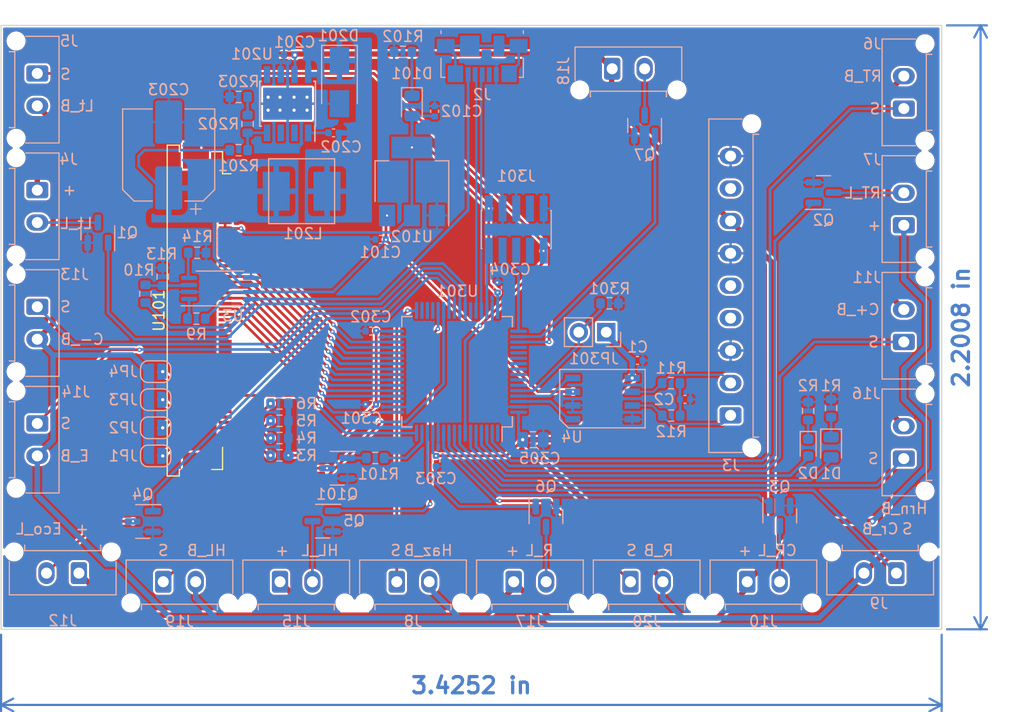
<source format=kicad_pcb>
(kicad_pcb (version 20211014) (generator pcbnew)
  (layers (0 "F.Cu" signal) (31 "B.Cu" signal) (34 "B.Paste" user) (35 "F.Paste" user) (36 "B.SilkS" user "B.Silkscreen") (37 "F.SilkS" user "F.Silkscreen") (38 "B.Mask" user) (39 "F.Mask" user) (44 "Edge.Cuts" user))
  (net 0 "")
  (net 1 "GND")
  (net 2 "+3V3")
  (net 3 "Net-(C2-Pad1)")
  (net 4 "/5v_Reg")
  (net 5 "/Error")
  (net 6 "Net-(D1-Pad1)")
  (net 7 "/Board_OK")
  (net 8 "Net-(D2-Pad1)")
  (net 9 "/D+")
  (net 10 "/D-")
  (net 11 "/5v_USB")
  (net 12 "/CAN-")
  (net 13 "/CAN+")
  (net 14 "Net-(J4-Pad2)")
  (net 15 "/LT")
  (net 16 "/RT")
  (net 17 "Net-(J7-Pad2)")
  (net 18 "/HAZ")
  (net 19 "/Cruise_Toggle")
  (net 20 "Net-(J10-Pad2)")
  (net 21 "/Cruise_INC")
  (net 22 "Net-(J12-Pad2)")
  (net 23 "/Cruise_DEC")
  (net 24 "/ECO_Toggle")
  (net 25 "Net-(J15-Pad2)")
  (net 26 "/Horn")
  (net 27 "Net-(J17-Pad2)")
  (net 28 "/Headlights")
  (net 29 "/Reverse")
  (net 30 "/LT_LED")
  (net 31 "/RT_LED")
  (net 32 "/Cruise_ON")
  (net 33 "/ECO_ON")
  (net 34 "/Headlights_ON")
  (net 35 "/Rev_ON")
  (net 36 "+5V")
  (net 37 "/PWR_STAT")
  (net 38 "/VSNS")
  (net 39 "Net-(R14-Pad1)")
  (net 40 "/TXD")
  (net 41 "/RXD")
  (net 42 "/LCD_CS")
  (net 43 "/TP_IRQ")
  (net 44 "/TP_CS")
  (net 45 "/BL_Ctl")
  (net 46 "Net-(J18-Pad2)")
  (net 47 "/BPS_Fault")
  (net 48 "unconnected-(J2-Pad6)")
  (net 52 "+12V")
  (net 53 "Net-(C202-Pad1)")
  (net 54 "Net-(C202-Pad2)")
  (net 55 "/MCU/TMS")
  (net 56 "/MCU/TCK")
  (net 60 "/MCU/NRST")
  (net 61 "Net-(JP301-Pad2)")
  (net 62 "/Power/VSENSE")
  (net 63 "Net-(R202-Pad2)")
  (net 68 "/MCU/PB15")
  (net 69 "/MCU/PA10")
  (net 70 "/MCU/PC11")
  (net 71 "/MCU/PC12")
  (net 72 "/MCU/PB3")
  (net 73 "/MCU/PB7")
  (net 75 "Net-(D101-Pad1)")
  (net 76 "Net-(JP1-Pad2)")
  (net 77 "Net-(JP2-Pad2)")
  (net 78 "Net-(JP3-Pad2)")
  (net 79 "Net-(JP4-Pad2)")
  (net 80 "Net-(Q101-Pad1)")
  (net 81 "/LED_K")
  (net 82 "Net-(R3-Pad2)")
  (net 83 "Net-(R4-Pad2)")
  (net 84 "Net-(R5-Pad2)")
  (net 85 "Net-(R6-Pad2)")
  (net 86 "/LCD_RST")
  (net 101 "/LCD_DATA7")
  (net 102 "/LCD_DATA6")
  (net 103 "/LCD_DATA5")
  (net 104 "/LCD_DATA4")
  (net 105 "/LCD_DATA3")
  (net 106 "/LCD_DATA2")
  (net 107 "/LCD_DATA1")
  (net 108 "/LCD_DATA0")
  (net 111 "/LCD_READ")
  (net 112 "/LCD_WRITE")
  (net 113 "/LCD_C{slash}D")
  (net 115 "/LCD_X-")
  (net 116 "/LCD_Y-")
  (net 117 "/LCD_X+")
  (net 118 "/LCD_Y+")
  (net 119 "/MCU/PB13")
  (net 120 "/MCU/PB14")
  (net 121 "/MCU/PB5")
  (net 122 "/MCU/PD2")
  (footprint "Connector_FFC-FPC:Molex_54132-5033_1x50-1MP_P0.5mm_Horizontal" (layer "F.Cu") (at 150.875 90.9 -90)
    (fp_text reference "U101")
    (fp_text value "DISP_LCD_1.28IN_240x320_50Pin")
  )
  (footprint "Capacitor_SMD:C_0402_1005Metric" (layer "B.Cu") (at 190.66 95.515)
    (fp_text reference "C1")
    (fp_text value "100nF")
  )
  (footprint "Capacitor_SMD:C_0402_1005Metric" (layer "B.Cu") (at 195.06 99.115)
    (fp_text reference "C2")
    (fp_text value "100nF")
  )
  (footprint "Connector_USB:USB_Micro-B_Molex_47346-0001" (layer "B.Cu") (at 176.3 67.6)
    (fp_text reference "J2")
    (fp_text value "USB_B_Micro")
  )
  (footprint "Connector_Molex:Molex_Micro-Fit_3.0_43650-0915_1x09_P3.00mm_Vertical" (layer "B.Cu") (at 199.275 100.6 90)
    (fp_text reference "J3")
    (fp_text value "Main Connector")
  )
  (footprint "Connector_Molex:Molex_Micro-Fit_3.0_43650-0215_1x02_P3.00mm_Vertical" (layer "B.Cu") (at 200.815 116)
    (fp_text reference "J10")
    (fp_text value "Output")
  )
  (footprint "Connector_Molex:Molex_Micro-Fit_3.0_43650-0215_1x02_P3.00mm_Vertical" (layer "B.Cu") (at 157.6 116)
    (fp_text reference "J15")
    (fp_text value "Output")
  )
  (footprint "Connector_Molex:Molex_Micro-Fit_3.0_43650-0215_1x02_P3.00mm_Vertical" (layer "B.Cu") (at 146.8 116)
    (fp_text reference "J19")
    (fp_text value "Input")
  )
  (footprint "Connector_Molex:Molex_Micro-Fit_3.0_43650-0215_1x02_P3.00mm_Vertical" (layer "B.Cu") (at 190.015 116)
    (fp_text reference "J20")
    (fp_text value "Input")
  )
  (footprint "Package_TO_SOT_SMD:SOT-23" (layer "B.Cu") (at 140.75 83.6875 90)
    (fp_text reference "Q1")
    (fp_text value "AO3400A")
  )
  (footprint "Package_TO_SOT_SMD:SOT-23" (layer "B.Cu") (at 207.875 79.975)
    (fp_text reference "Q2")
    (fp_text value "AO3400A")
  )
  (footprint "Package_TO_SOT_SMD:SOT-23" (layer "B.Cu") (at 203.825 109.9 -90)
    (fp_text reference "Q3")
    (fp_text value "AO3400A")
  )
  (footprint "Package_TO_SOT_SMD:SOT-23" (layer "B.Cu") (at 144.9 110.42 180)
    (fp_text reference "Q4")
    (fp_text value "AO3400A")
  )
  (footprint "Package_TO_SOT_SMD:SOT-23" (layer "B.Cu") (at 161.5375 110.39 180)
    (fp_text reference "Q5")
    (fp_text value "AO3400A")
  )
  (footprint "Package_TO_SOT_SMD:SOT-23" (layer "B.Cu") (at 182.2 109.975 -90)
    (fp_text reference "Q6")
    (fp_text value "AO3400A")
  )
  (footprint "Resistor_SMD:R_0603_1608Metric" (layer "B.Cu") (at 208.575 99.925 -90)
    (fp_text reference "R1")
    (fp_text value "1k")
  )
  (footprint "Resistor_SMD:R_0603_1608Metric" (layer "B.Cu") (at 149.8625 91.65)
    (fp_text reference "R9")
    (fp_text value "10k")
  )
  (footprint "Resistor_SMD:R_0603_1608Metric" (layer "B.Cu") (at 145.15 89.3375 90)
    (fp_text reference "R10")
    (fp_text value "10k")
  )
  (footprint "Resistor_SMD:R_0603_1608Metric" (layer "B.Cu") (at 193.7625 97.615)
    (fp_text reference "R11")
    (fp_text value "60")
  )
  (footprint "Resistor_SMD:R_0603_1608Metric" (layer "B.Cu") (at 193.7875 100.615)
    (fp_text reference "R12")
    (fp_text value "60")
  )
  (footprint "Resistor_SMD:R_0603_1608Metric" (layer "B.Cu") (at 146.75 87.7625 90)
    (fp_text reference "R13")
    (fp_text value "10k")
  )
  (footprint "Resistor_SMD:R_0603_1608Metric" (layer "B.Cu") (at 149.9375 85.55)
    (fp_text reference "R14")
    (fp_text value "250")
  )
  (footprint "Package_SO:TSSOP-8_4.4x3mm_P0.65mm" (layer "B.Cu") (at 152.05 88.85)
    (fp_text reference "U3")
    (fp_text value "TPS2113")
  )
  (footprint "JohnLib:SOIC-8" (layer "B.Cu") (at 187.425 99.05 90)
    (fp_text reference "U4")
    (fp_text value "TCAN1042xV")
  )
  (footprint "Connector_Molex:Molex_Micro-Fit_3.0_43650-0215_1x02_P3.00mm_Vertical" (layer "B.Cu") (at 135.15 101.35 -90)
    (fp_text reference "J14")
    (fp_text value "Input")
  )
  (footprint "Connector_Molex:Molex_Micro-Fit_3.0_43650-0215_1x02_P3.00mm_Vertical" (layer "B.Cu") (at 135.15 90.55 -90)
    (fp_text reference "J13")
    (fp_text value "Input")
  )
  (footprint "Connector_Molex:Molex_Micro-Fit_3.0_43650-0215_1x02_P3.00mm_Vertical" (layer "B.Cu") (at 139 115.2 180)
    (fp_text reference "J12")
    (fp_text value "Output")
  )
  (footprint "Connector_Molex:Molex_Micro-Fit_3.0_43650-0215_1x02_P3.00mm_Vertical" (layer "B.Cu") (at 135.15 79.75 -90)
    (fp_text reference "J4")
    (fp_text value "Output")
  )
  (footprint "Connector_Molex:Molex_Micro-Fit_3.0_43650-0215_1x02_P3.00mm_Vertical" (layer "B.Cu") (at 215.3 93.8 90)
    (fp_text reference "J11")
    (fp_text value "Input")
  )
  (footprint "Connector_Molex:Molex_Micro-Fit_3.0_43650-0215_1x02_P3.00mm_Vertical" (layer "B.Cu") (at 214.615 115.2 180)
    (fp_text reference "J9")
    (fp_text value "Input")
  )
  (footprint "Connector_Molex:Molex_Micro-Fit_3.0_43650-0215_1x02_P3.00mm_Vertical" (layer "B.Cu") (at 215.3 83 90)
    (fp_text reference "J7")
    (fp_text value "Output")
  )
  (footprint "Connector_Molex:Molex_Micro-Fit_3.0_43650-0215_1x02_P3.00mm_Vertical" (layer "B.Cu") (at 168.4 116)
    (fp_text reference "J8")
    (fp_text value "Input")
  )
  (footprint "Connector_Molex:Molex_Micro-Fit_3.0_43650-0215_1x02_P3.00mm_Vertical" (layer "B.Cu") (at 179.215 116)
    (fp_text reference "J17")
    (fp_text value "Output")
  )
  (footprint "Connector_Molex:Molex_Micro-Fit_3.0_43650-0215_1x02_P3.00mm_Vertical" (layer "B.Cu") (at 215.3 72.2 90)
    (fp_text reference "J6")
    (fp_text value "Input")
  )
  (footprint "LED_SMD:LED_0805_2012Metric" (layer "B.Cu") (at 208.575 103.55 -90)
    (fp_text reference "D1")
    (fp_text value "LED")
  )
  (footprint "LED_SMD:LED_0603_1608Metric" (layer "B.Cu") (at 206.45 103.575 -90)
    (fp_text reference "D2")
    (fp_text value "LED")
  )
  (footprint "Resistor_SMD:R_0603_1608Metric" (layer "B.Cu") (at 206.45 100.1875 -90)
    (fp_text reference "R2")
    (fp_text value "1k")
  )
  (footprint "Connector_Molex:Molex_Micro-Fit_3.0_43650-0215_1x02_P3.00mm_Vertical" (layer "B.Cu") (at 135.15 68.95 -90)
    (fp_text reference "J5")
    (fp_text value "Input")
  )
  (footprint "Connector_Molex:Molex_Micro-Fit_3.0_43650-0215_1x02_P3.00mm_Vertical" (layer "B.Cu") (at 215.3 104.6 90)
    (fp_text reference "J16")
    (fp_text value "Input")
  )
  (footprint "Connector_Molex:Molex_Micro-Fit_3.0_43650-0215_1x02_P3.00mm_Vertical" (layer "B.Cu") (at 188.325 68.515)
    (fp_text reference "J18")
    (fp_text value "Output")
  )
  (footprint "Package_TO_SOT_SMD:SOT-23" (layer "B.Cu") (at 191.325 73.765 90)
    (fp_text reference "Q7")
    (fp_text value "AO3400A")
  )
  (footprint "Resistor_SMD:R_0603_1608Metric" (layer "B.Cu") (at 157.55 99.5 180)
    (fp_text reference "R6")
    (fp_text value "10")
  )
  (footprint "Capacitor_SMD:C_0402_1005Metric" (layer "B.Cu") (at 166.9 84.3 180)
    (fp_text reference "C101")
    (fp_text value "1uF")
  )
  (footprint "Capacitor_SMD:C_0805_2012Metric" (layer "B.Cu") (at 181 102.85)
    (fp_text reference "C305")
    (fp_text value "47uF")
  )
  (footprint "Capacitor_SMD:C_0402_1005Metric" (layer "B.Cu") (at 166 92.8 180)
    (fp_text reference "C302")
    (fp_text value "100nF")
  )
  (footprint "Package_QFP:LQFP-64_10x10mm_P0.5mm" (layer "B.Cu") (at 173.98 96.56 90)
    (fp_text reference "U301")
    (fp_text value "STM32F072RBTx")
  )
  (footprint "Resistor_SMD:R_0603_1608Metric" (layer "B.Cu") (at 188.075 90.225)
    (fp_text reference "R301")
    (fp_text value "10k")
  )
  (footprint "Resistor_SMD:R_0603_1608Metric" (layer "B.Cu") (at 157.55 104.3 180)
    (fp_text reference "R3")
    (fp_text value "10")
  )
  (footprint "Connector_PinHeader_2.54mm:PinHeader_1x02_P2.54mm_Vertical" (layer "B.Cu") (at 187.775 92.9 90)
    (fp_text reference "JP301")
    (fp_text value "Prog")
  )
  (footprint "Jumper:SolderJumper-2_P1.3mm_Open_RoundedPad1.0x1.5mm" (layer "B.Cu") (at 146.1 104.35)
    (fp_text reference "JP1")
    (fp_text value "SolderJumper_2_Open")
  )
  (footprint "Capacitor_SMD:C_0402_1005Metric" (layer "B.Cu") (at 166 99.58 180)
    (fp_text reference "C301")
    (fp_text value "100nF")
  )
  (footprint "Package_TO_SOT_SMD:SOT-223-3_TabPin2" (layer "B.Cu") (at 169.8 78.95 90)
    (fp_text reference "U102")
    (fp_text value "AMS1117-5.0")
  )
  (footprint "Capacitor_SMD:C_0402_1005Metric" (layer "B.Cu") (at 177.725 88.75 90)
    (fp_text reference "C304")
    (fp_text value "100nF")
  )
  (footprint "Resistor_SMD:R_0603_1608Metric" (layer "B.Cu") (at 153.775 76.05)
    (fp_text reference "R201")
    (fp_text value "10k")
  )
  (footprint "Resistor_SMD:R_0603_1608Metric" (layer "B.Cu") (at 168.975 66.95 180)
    (fp_text reference "R102")
    (fp_text value "1k")
  )
  (footprint "Jumper:SolderJumper-2_P1.3mm_Open_RoundedPad1.0x1.5mm" (layer "B.Cu") (at 146.1 101.75)
    (fp_text reference "JP2")
    (fp_text value "SolderJumper_2_Open")
  )
  (footprint "Resistor_SMD:R_0603_1608Metric" (layer "B.Cu") (at 154.6 73.625 90)
    (fp_text reference "R202")
    (fp_text value "2.2k")
  )
  (footprint "Package_SO:TI_SO-PowerPAD-8_ThermalVias" (layer "B.Cu") (at 158.3 71.75 90)
    (fp_text reference "U201")
    (fp_text value "TPS5430DDA")
  )
  (footprint "Capacitor_SMD:C_0402_1005Metric" (layer "B.Cu") (at 158.45 67.25 180)
    (fp_text reference "C201")
    (fp_text value "100nF")
  )
  (footprint "LED_SMD:LED_0805_2012Metric" (layer "B.Cu") (at 169.8 71.95 -90)
    (fp_text reference "D101")
    (fp_text value "Brd_ON")
  )
  (footprint "Resistor_SMD:R_0603_1608Metric" (layer "B.Cu") (at 166.41 104.54 180)
    (fp_text reference "R101")
    (fp_text value "1k")
  )
  (footprint "Capacitor_SMD:C_0402_1005Metric" (layer "B.Cu") (at 172.025 104.825 -90)
    (fp_text reference "C303")
    (fp_text value "100nF")
  )
  (footprint "Diode_SMD:D_SMA" (layer "B.Cu") (at 163.1 69.75 -90)
    (fp_text reference "D201")
    (fp_text value "SS54")
  )
  (footprint "Package_TO_SOT_SMD:SOT-23" (layer "B.Cu") (at 162.885 105.49 180)
    (fp_text reference "Q101")
    (fp_text value "MMBT2222")
  )
  (footprint "Capacitor_SMD:CP_Elec_8x5.4" (layer "B.Cu") (at 147.3 76.5 90)
    (fp_text reference "C203")
    (fp_text value "220uF")
  )
  (footprint "Resistor_SMD:R_0603_1608Metric" (layer "B.Cu") (at 157.55 101.1 180)
    (fp_text reference "R5")
    (fp_text value "10")
  )
  (footprint "Resistor_SMD:R_0603_1608Metric" (layer "B.Cu") (at 153.775 71.125 180)
    (fp_text reference "R203")
    (fp_text value "1k")
  )
  (footprint "Capacitor_SMD:C_0402_1005Metric" (layer "B.Cu") (at 171.9 72.45 90)
    (fp_text reference "C102")
    (fp_text value "1uF")
  )
  (footprint "Jumper:SolderJumper-2_P1.3mm_Open_RoundedPad1.0x1.5mm" (layer "B.Cu") (at 146.1 99.15)
    (fp_text reference "JP3")
    (fp_text value "SolderJumper_2_Open")
  )
  (footprint "Jumper:SolderJumper-2_P1.3mm_Open_RoundedPad1.0x1.5mm" (layer "B.Cu") (at 146.1 96.55)
    (fp_text reference "JP4")
    (fp_text value "SolderJumper_2_Open")
  )
  (footprint "Resistor_SMD:R_0603_1608Metric" (layer "B.Cu") (at 157.55 102.7 180)
    (fp_text reference "R4")
    (fp_text value "10")
  )
  (footprint "JohnLib:L_Panasonic_YFP" (layer "B.Cu") (at 157.25 79.85)
    (fp_text reference "L201")
    (fp_text value "22uH")
  )
  (footprint "Capacitor_SMD:C_0402_1005Metric" (layer "B.Cu") (at 162.55 74.45 180)
    (fp_text reference "C202")
    (fp_text value "0.01uF")
  )
  (footprint "Connector_PinHeader_1.27mm:PinHeader_2x05_P1.27mm_Vertical_SMD" (layer "B.Cu") (at 179.45 83.4 -90)
    (fp_text reference "J301")
    (fp_text value "Conn_ARM_JTAG_SWD_10")
  )
  (gr_line (start 218.8 64.5) (end 131.8 64.5) (layer "Edge.Cuts") (width 0.1))
  (gr_line (start 218.8 120.4) (end 218.8 64.5) (layer "Edge.Cuts") (width 0.1))
  (gr_line (start 131.8 120.4) (end 131.8 64.5) (layer "Edge.Cuts") (width 0.1))
  (gr_line (start 131.8 120.4) (end 218.8 120.4) (layer "Edge.Cuts") (width 0.1))
  (gr_text "S" (at 137.75 90.55) (layer "B.SilkS") (effects (font (size 1 1)) (justify mirror)))
  (gr_text "S" (at 137.775 101.35) (layer "B.SilkS") (effects (font (size 1 1)) (justify mirror)))
  (gr_text "+" (at 200.615 113.1) (layer "B.SilkS") (effects (font (size 1 1)) (justify mirror)))
  (gr_text "+" (at 138.125 79.725) (layer "B.SilkS") (effects (font (size 1 1)) (justify mirror)))
  (gr_text "+" (at 179.115 113.1) (layer "B.SilkS") (effects (font (size 1 1)) (justify mirror)))
  (gr_text "HL_L" (at 161.3 113.1) (layer "B.SilkS") (effects (font (size 1 1)) (justify mirror)))
  (gr_text "RT_L" (at 211.5 80) (layer "B.SilkS") (effects (font (size 1 1)) (justify mirror)))
  (gr_text "R_L" (at 181.615 113.1) (layer "B.SilkS") (effects (font (size 1 1)) (justify mirror)))
  (gr_text "Lt_L" (at 138.775 82.825) (layer "B.SilkS") (effects (font (size 1 1)) (justify mirror)))
  (gr_text "HL_B" (at 150.8 113.1) (layer "B.SilkS") (effects (font (size 1 1)) (justify mirror)))
  (gr_text "S" (at 137.75 69.025) (layer "B.SilkS") (effects (font (size 1 1)) (justify mirror)))
  (gr_text "Lt_B" (at 138.825 71.95) (layer "B.SilkS") (effects (font (size 1 1)) (justify mirror)))
  (gr_text "C+_B" (at 211.05 90.8) (layer "B.SilkS") (effects (font (size 1 1)) (justify mirror)))
  (gr_text "S" (at 212.5 93.8) (layer "B.SilkS") (effects (font (size 1 1)) (justify mirror)))
  (gr_text "R_B" (at 192.615 113.1) (layer "B.SilkS") (effects (font (size 1 1)) (justify mirror)))
  (gr_text "RT_B" (at 211.5 69.2) (layer "B.SilkS") (effects (font (size 1 1)) (justify mirror)))
  (gr_text "S" (at 190.115 113.1) (layer "B.SilkS") (effects (font (size 1 1)) (justify mirror)))
  (gr_text "S" (at 146.8 113.1) (layer "B.SilkS") (effects (font (size 1 1)) (justify mirror)))
  (gr_text "Eco_L" (at 135.3 111.1) (layer "B.SilkS") (effects (font (size 1 1)) (justify mirror)))
  (gr_text "+" (at 139.3 111.1) (layer "B.SilkS") (effects (font (size 1 1)) (justify mirror)))
  (gr_text "+" (at 212.575 83) (layer "B.SilkS") (effects (font (size 1 1)) (justify mirror)))
  (gr_text "Cr_B" (at 213.115 111.1) (layer "B.SilkS") (effects (font (size 1 1)) (justify mirror)))
  (gr_text "S" (at 168.3 113.1) (layer "B.SilkS") (effects (font (size 1 1)) (justify mirror)))
  (gr_text "E_B" (at 138.6 104.35) (layer "B.SilkS") (effects (font (size 1 1)) (justify mirror)))
  (gr_text "CR_L" (at 203.615 113.1) (layer "B.SilkS") (effects (font (size 1 1)) (justify mirror)))
  (gr_text "S" (at 215.615 111.1) (layer "B.SilkS") (effects (font (size 1 1)) (justify mirror)))
  (gr_text "C-_B" (at 139.3 93.55) (layer "B.SilkS") (effects (font (size 1 1)) (justify mirror)))
  (gr_text "+" (at 157.8 113.1) (layer "B.SilkS") (effects (font (size 1 1)) (justify mirror)))
  (gr_text "Hrn_B" (at 215.325 109.225) (layer "B.SilkS") (effects (font (size 1 1)) (justify mirror)))
  (gr_text "Haz_B" (at 171.3 113.1) (layer "B.SilkS") (effects (font (size 1 1)) (justify mirror)))
  (gr_text "S" (at 212.625 72.225) (layer "B.SilkS") (effects (font (size 1 1)) (justify mirror)))
  (gr_text "S" (at 212.475 104.6) (layer "B.SilkS") (effects (font (size 1 1)) (justify mirror)))
  (dimension (type aligned) (layer "B.Cu") (pts (xy 218.8 120.4) (xy 131.8 120.4)) (height -7) (gr_text "3.4252 in" (at 175.3 125.6) (layer "B.Cu") (effects (font (size 1.5 1.5) (thickness 0.3)))) (format (units 0) (units_format 1) (precision 4)) (style (thickness 0.2) (arrow_length 1.27) (text_position_mode 0) (extension_height 0.58642) (extension_offset 0.5) keep_text_aligned))
  (dimension (type aligned) (layer "B.Cu") (pts (xy 218.8 120.4) (xy 218.8 64.5)) (height 3.6) (gr_text "2.2008 in" (at 220.6 92.45 90) (layer "B.Cu") (effects (font (size 1.5 1.5) (thickness 0.3)))) (format (units 0) (units_format 1) (precision 4)) (style (thickness 0.2) (arrow_length 1.27) (text_position_mode 0) (extension_height 0.58642) (extension_offset 0.5) keep_text_aligned))
  (via (at 177.7 88.3) (size 0.4) (drill 0.2) (layers "F.Cu" "B.Cu") (net 1))
  (via (at 165.51 99.58) (size 0.4) (drill 0.2) (layers "F.Cu" "B.Cu") (net 1))
  (segment (start 161.76 104.3) (end 158.375 104.3) (width 0.25) (layer "F.Cu") (net 2))
  (segment (start 213.84048 89.34048) (end 213.84048 100.14048) (width 0.5) (layer "F.Cu") (net 2))
  (segment (start 190.155 97.145) (end 184.45 102.85) (width 0.5) (layer "F.Cu") (net 2))
  (segment (start 152.525 82.75) (end 152.525 83.25) (width 0.25) (layer "F.Cu") (net 2))
  (segment (start 213.84048 100.14048) (end 213.84048 112.97452) (width 0.5) (layer "F.Cu") (net 2))
  (segment (start 215.3 69.2) (end 213.84048 70.65952) (width 0.5) (layer "F.Cu") (net 2))
  (segment (start 152.575 83.3) (end 152.525 83.25) (width 0.25) (layer "F.Cu") (net 2))
  (segment (start 135.15 93.55) (end 136.60952 92.09048) (width 0.5) (layer "F.Cu") (net 2))
  (segment (start 136.60952 73.40952) (end 135.15 71.95) (width 0.5) (layer "F.Cu") (net 2))
  (segment (start 176.91 81.435) (end 176.91 81.45) (width 0.25) (layer "F.Cu") (net 2))
  (segment (start 154 83.3) (end 152.575 83.3) (width 0.25) (layer "F.Cu") (net 2))
  (segment (start 176.91 81.45) (end 176.91 88.415) (width 0.25) (layer "F.Cu") (net 2))
  (segment (start 213.84048 70.65952) (end 213.84048 89.34048) (width 0.5) (layer "F.Cu") (net 2))
  (segment (start 166.5 99.56) (end 166.48 99.58) (width 0.25) (layer "F.Cu") (net 2))
  (segment (start 178.555 104.345) (end 180.05 102.85) (width 0.25) (layer "F.Cu") (net 2))
  (segment (start 176.91 88.415) (end 177.725 89.23) (width 0.25) (layer "F.Cu") (net 2))
  (segment (start 184.45 102.85) (end 180.05 102.85) (width 0.5) (layer "F.Cu") (net 2))
  (segment (start 136.60952 92.09048) (end 136.60952 73.40952) (width 0.5) (layer "F.Cu") (net 2))
  (segment (start 213.84048 89.34048) (end 215.3 90.8) (width 0.5) (layer "F.Cu") (net 2))
  (segment (start 172.025 104.345) (end 178.555 104.345) (width 0.25) (layer "F.Cu") (net 2))
  (segment (start 152.525 83.25) (end 152.525 83.75) (width 0.25) (layer "F.Cu") (net 2))
  (segment (start 213.84048 100.14048) (end 215.3 101.6) (width 0.5) (layer "F.Cu") (net 2))
  (segment (start 171.275 75.8) (end 176.91 81.435) (width 0.25) (layer "F.Cu") (net 2))
  (segment (start 166.48 99.58) (end 161.76 104.3) (width 0.25) (layer "F.Cu") (net 2))
  (segment (start 169.8 75.8) (end 171.275 75.8) (width 0.25) (layer "F.Cu") (net 2))
  (segment (start 166.5 92.75) (end 166.5 99.56) (width 0.25) (layer "F.Cu") (net 2))
  (segment (start 213.84048 112.97452) (end 211.615 115.2) (width 0.5) (layer "F.Cu") (net 2))
  (segment (start 193.015 115.815) (end 180.05 102.85) (width 0.5) (layer "F.Cu") (net 2))
  (segment (start 190.175 97.145) (end 190.155 97.145) (width 0.5) (layer "F.Cu") (net 2))
  (via (at 180.05 102.85) (size 0.6) (drill 0.3) (layers "F.Cu" "B.Cu") (net 2))
  (via (at 190.175 97.145) (size 0.6) (drill 0.3) (layers "F.Cu" "B.Cu") (net 2))
  (via (at 158.375 104.3) (size 0.4) (drill 0.2) (layers "F.Cu" "B.Cu") (net 2))
  (via (at 166.5 92.75) (size 0.4) (drill 0.2) (layers "F.Cu" "B.Cu") (net 2))
  (via (at 177.725 89.23) (size 0.4) (drill 0.2) (layers "F.Cu" "B.Cu") (net 2))
  (via (at 166.48 99.58) (size 0.4) (drill 0.2) (layers "F.Cu" "B.Cu") (net 2))
  (via (at 169.8 75.8) (size 0.4) (drill 0.2) (layers "F.Cu" "B.Cu") (net 2))
  (via (at 154 83.3) (size 0.4) (drill 0.2) (layers "F.Cu" "B.Cu") (net 2))
  (via (at 176.91 81.45) (size 0.4) (drill 0.2) (layers "F.Cu" "B.Cu") (net 2))
  (via (at 172.025 104.345) (size 0.4) (drill 0.2) (layers "F.Cu" "B.Cu") (net 2))
  (segment (start 190.175 97.145) (end 190.175 95.52) (width 0.5) (layer "B.Cu") (net 2))
  (segment (start 180.05 102.85) (end 179.655 102.455) (width 0.25) (layer "B.Cu") (net 2))
  (segment (start 169.8 72.8875) (end 169.8 75.8) (width 0.25) (layer "B.Cu") (net 2))
  (segment (start 207.465 119.35) (end 194.855 119.35) (width 0.5) (layer "B.Cu") (net 2))
  (segment (start 177.725 89.23) (end 177.725 90.88) (width 0.25) (layer "B.Cu") (net 2))
  (segment (start 174.185544 119.35) (end 151.64 119.35) (width 0.5) (layer "B.Cu") (net 2))
  (segment (start 166.75 99.31) (end 168.305 99.31) (width 0.25) (layer "B.Cu") (net 2))
  (segment (start 158.375 104.3) (end 158.4 104.325) (width 1) (layer "B.Cu") (net 2))
  (segment (start 171.73 104.05) (end 172.025 104.345) (width 0.25) (layer "B.Cu") (net 2))
  (segment (start 166.48 99.58) (end 166.75 99.31) (width 0.25) (layer "B.Cu") (net 2))
  (segment (start 169.8 72.8875) (end 171.8575 72.8875) (width 0.25) (layer "B.Cu") (net 2))
  (segment (start 145.45 101.75) (end 145.45 99.15) (width 1) (layer "B.Cu") (net 2))
  (segment (start 145.45 101.75) (end 145.45 104.35) (width 1) (layer "B.Cu") (net 2))
  (segment (start 179.655 102.455) (end 179.655 100.31) (width 0.25) (layer "B.Cu") (net 2))
  (segment (start 136.60952 95.00952) (end 143.90952 95.00952) (width 0.5) (layer "B.Cu") (net 2))
  (segment (start 169.8 82.1) (end 169.8 75.8) (width 0.25) (layer "B.Cu") (net 2))
  (segment (start 147.445414 119.35) (end 142.469935 114.374521) (width 0.5) (layer "B.Cu") (net 2))
  (segment (start 193.015 117.51) (end 193.015 116) (width 0.5) (layer "B.Cu") (net 2))
  (segment (start 135.15 107.994456) (end 135.15 104.35) (width 0.5) (layer "B.Cu") (net 2))
  (segment (start 142.469935 114.374521) (end 141.530065 114.374521) (width 0.5) (layer "B.Cu") (net 2))
  (segment (start 174.185544 119.35) (end 171.4 116.564456) (width 0.5) (layer "B.Cu") (net 2))
  (segment (start 149.8 117.51) (end 149.8 116) (width 0.5) (layer "B.Cu") (net 2))
  (segment (start 151.64 119.35) (end 149.8 117.51) (width 0.5) (layer "B.Cu") (net 2))
  (segment (start 168.23452 83.66548) (end 154.36548 83.66548) (width 0.25) (layer "B.Cu") (net 2))
  (segment (start 136.60952 95.00952) (end 135.15 93.55) (width 0.5) (layer "B.Cu") (net 2))
  (segment (start 136.60952 102.89048) (end 136.60952 95.00952) (width 0.5) (layer "B.Cu") (net 2))
  (segment (start 187.775 93.11) (end 190.18 95.515) (width 0.5) (layer "B.Cu") (net 2))
  (segment (start 169.8 82.1) (end 168.23452 83.66548) (width 0.25) (layer "B.Cu") (net 2))
  (segment (start 171.73 102.235) (end 171.73 104.05) (width 0.25) (layer "B.Cu") (net 2))
  (segment (start 135.15 104.35) (end 136.60952 102.89048) (width 0.5) (layer "B.Cu") (net 2))
  (segment (start 166.48 92.8) (end 168.295 92.8) (width 0.25) (layer "B.Cu") (net 2))
  (segment (start 194.855 119.35) (end 174.185544 119.35) (width 0.5) (layer "B.Cu") (net 2))
  (segment (start 154.36548 83.66548) (end 154 83.3) (width 0.25) (layer "B.Cu") (net 2))
  (segment (start 194.855 119.35) (end 193.015 117.51) (width 0.5) (layer "B.Cu") (net 2))
  (segment (start 143.90952 95.00952) (end 145.45 96.55) (width 0.5) (layer "B.Cu") (net 2))
  (segment (start 145.45 96.55) (end 145.45 99.15) (width 1) (layer "B.Cu") (net 2))
  (segment (start 151.64 119.35) (end 147.445414 119.35) (width 0.5) (layer "B.Cu") (net 2))
  (segment (start 211.615 115.2) (end 207.465 119.35) (width 0.5) (layer "B.Cu") (net 2))
  (segment (start 141.530065 114.374521) (end 135.15 107.994456) (width 0.5) (layer "B.Cu") (net 2))
  (segment (start 194.5875 97.615) (end 194.5875 99.1075) (width 0.25) (layer "B.Cu") (net 3))
  (segment (start 194.6125 100.615) (end 194.6125 99.1475) (width 0.25) (layer "B.Cu") (net 3))
  (segment (start 151.48702 85.96202) (end 154.05 88.525) (width 0.25) (layer "B.Cu") (net 4))
  (segment (start 144.525 76.6) (end 145.075 76.05) (width 0.25) (layer "B.Cu") (net 4))
  (segment (start 145.075 76.05) (end 152.95 76.05) (width 0.25) (layer "B.Cu") (net 4))
  (segment (start 144.525 77.525) (end 144.525 76.6) (width 0.25) (layer "B.Cu") (net 4))
  (segment (start 151.48702 80.43702) (end 151.48702 85.96202) (width 0.25) (layer "B.Cu") (net 4))
  (segment (start 146.55 79.55) (end 144.525 77.525) (width 0.25) (layer "B.Cu") (net 4))
  (segment (start 154.05 88.525) (end 154.9125 88.525) (width 0.25) (layer "B.Cu") (net 4))
  (segment (start 175.23 102.235) (end 175.23 103.617878) (width 0.25) (layer "B.Cu") (net 5))
  (segment (start 175.23 103.617878) (end 178.237122 106.625) (width 0.25) (layer "B.Cu") (net 5))
  (segment (start 178.237122 106.625) (end 206.675 106.625) (width 0.25) (layer "B.Cu") (net 5))
  (segment (start 206.675 106.625) (end 208.8 104.5) (width 0.25) (layer "B.Cu") (net 5))
  (segment (start 208.575 102.6125) (end 208.575 100.75) (width 0.25) (layer "B.Cu") (net 6))
  (segment (start 175.73 102.235) (end 175.73 103.48216) (width 0.25) (layer "B.Cu") (net 7))
  (segment (start 204.8 106.175) (end 206.475 104.5) (width 0.25) (layer "B.Cu") (net 7))
  (segment (start 175.73 103.48216) (end 178.42284 106.175) (width 0.25) (layer "B.Cu") (net 7))
  (segment (start 178.42284 106.175) (end 204.8 106.175) (width 0.25) (layer "B.Cu") (net 7))
  (segment (start 206.45 102.7875) (end 206.45 101.0125) (width 0.25) (layer "B.Cu") (net 8))
  (segment (start 176.205001 90.860001) (end 176.205001 69.154999) (width 0.2) (layer "B.Cu") (net 9))
  (segment (start 175.754999 90.860001) (end 175.754999 69.164999) (width 0.2) (layer "B.Cu") (net 10))
  (segment (start 175 81.6) (end 175 69.06) (width 0.25) (layer "B.Cu") (net 11))
  (segment (start 145.15 90.1625) (end 147.43702 92.44952) (width 0.25) (layer "B.Cu") (net 11))
  (segment (start 166.775 89.825) (end 175 81.6) (width 0.25) (layer "B.Cu") (net 11))
  (segment (start 152.28798 92.44952) (end 154.9125 89.825) (width 0.25) (layer "B.Cu") (net 11))
  (segment (start 147.43702 92.44952) (end 152.28798 92.44952) (width 0.25) (layer "B.Cu") (net 11))
  (segment (start 154.9125 89.825) (end 166.775 89.825) (width 0.25) (layer "B.Cu") (net 11))
  (segment (start 198.51548 96.84048) (end 193.71202 96.84048) (width 0.2) (layer "B.Cu") (net 12))
  (segment (start 190.175 98.415) (end 192.1375 98.415) (width 0.2) (layer "B.Cu") (net 12))
  (segment (start 193.71202 96.84048) (end 192.9375 97.615) (width 0.2) (layer "B.Cu") (net 12))
  (segment (start 199.275 97.6) (end 198.51548 96.84048) (width 0.2) (layer "B.Cu") (net 12))
  (segment (start 192.1375 98.415) (end 192.9375 97.615) (width 0.2) (layer "B.Cu") (net 12))
  (segment (start 199.275 100.6) (end 198.48548 101.38952) (width 0.2) (layer "B.Cu") (net 13))
  (segment (start 193.73702 101.38952) (end 192.9625 100.615) (width 0.2) (layer "B.Cu") (net 13))
  (segment (start 192.0325 99.685) (end 190.175 99.685) (width 0.2) (layer "B.Cu") (net 13))
  (segment (start 192.9625 100.615) (end 192.0325 99.685) (width 0.2) (layer "B.Cu") (net 13))
  (segment (start 198.48548 101.38952) (end 193.73702 101.38952) (width 0.2) (layer "B.Cu") (net 13))
  (segment (start 140.75 82.75) (end 135.15 82.75) (width 0.25) (layer "B.Cu") (net 14))
  (segment (start 135.15 68.95) (end 166.291772 68.95) (width 0.25) (layer "F.Cu") (net 15))
  (segment (start 182.5 85.158228) (end 182.5 93.8) (width 0.25) (layer "F.Cu") (net 15))
  (segment (start 166.291772 68.95) (end 182.5 85.158228) (width 0.25) (layer "F.Cu") (net 15))
  (via (at 182.5 93.8) (size 0.4) (drill 0.2) (layers "F.Cu" "B.Cu") (net 15))
  (segment (start 179.655 93.81) (end 182.49 93.81) (width 0.25) (layer "B.Cu") (net 15))
  (segment (start 182.49 93.81) (end 182.5 93.8) (width 0.25) (layer "B.Cu") (net 15))
  (segment (start 210.403928 72.2) (end 215.3 72.2) (width 0.25) (layer "B.Cu") (net 16))
  (segment (start 177.23 103.075006) (end 178.954994 104.8) (width 0.25) (layer "B.Cu") (net 16))
  (segment (start 178.954994 104.8) (end 202.203564 104.8) (width 0.25) (layer "B.Cu") (net 16))
  (segment (start 177.23 102.235) (end 177.23 103.075006) (width 0.25) (layer "B.Cu") (net 16))
  (segment (start 202.203564 104.8) (end 202.925 104.078564) (width 0.25) (layer "B.Cu") (net 16))
  (segment (start 202.925 104.078564) (end 202.925 79.678928) (width 0.25) (layer "B.Cu") (net 16))
  (segment (start 202.925 79.678928) (end 210.403928 72.2) (width 0.25) (layer "B.Cu") (net 16))
  (segment (start 208.8375 80) (end 215.3 80) (width 0.25) (layer "B.Cu") (net 17))
  (segment (start 168.4 116) (end 168.4 92) (width 0.25) (layer "F.Cu") (net 18))
  (segment (start 168.4 92) (end 168.4 91.9) (width 0.25) (layer "F.Cu") (net 18))
  (segment (start 168.4 91.9) (end 169.4 90.9) (width 0.25) (layer "F.Cu") (net 18))
  (via (at 169.4 90.9) (size 0.4) (drill 0.2) (layers "F.Cu" "B.Cu") (net 18))
  (segment (start 169.4 90.9) (end 170.215 90.9) (width 0.25) (layer "B.Cu") (net 18))
  (segment (start 173.73 103.389314) (end 177.866646 107.52596) (width 0.25) (layer "B.Cu") (net 19))
  (segment (start 206.94096 107.52596) (end 214.615 115.2) (width 0.25) (layer "B.Cu") (net 19))
  (segment (start 177.866646 107.52596) (end 206.94096 107.52596) (width 0.25) (layer "B.Cu") (net 19))
  (segment (start 173.73 102.235) (end 173.73 103.389314) (width 0.25) (layer "B.Cu") (net 19))
  (segment (start 203.815 110.8475) (end 203.815 116) (width 0.25) (layer "B.Cu") (net 20))
  (segment (start 203.82404 97.00096) (end 203.82404 104.45096) (width 0.25) (layer "B.Cu") (net 21))
  (segment (start 203.82404 104.45096) (end 202.55 105.725) (width 0.25) (layer "B.Cu") (net 21))
  (segment (start 176.23 103.346442) (end 176.23 102.235) (width 0.25) (layer "B.Cu") (net 21))
  (segment (start 207.025 93.8) (end 203.82404 97.00096) (width 0.25) (layer "B.Cu") (net 21))
  (segment (start 202.55 105.725) (end 178.608558 105.725) (width 0.25) (layer "B.Cu") (net 21))
  (segment (start 215.3 93.8) (end 207.025 93.8) (width 0.25) (layer "B.Cu") (net 21))
  (segment (start 178.608558 105.725) (end 176.23 103.346442) (width 0.25) (layer "B.Cu") (net 21))
  (segment (start 144 110.4) (end 140.8 110.4) (width 0.25) (layer "F.Cu") (net 22))
  (segment (start 140.8 110.4) (end 136 115.2) (width 0.25) (layer "F.Cu") (net 22))
  (via (at 144 110.4) (size 0.4) (drill 0.2) (layers "F.Cu" "B.Cu") (net 22))
  (segment (start 143.98 110.42) (end 144 110.4) (width 0.25) (layer "B.Cu") (net 22))
  (segment (start 143.9625 110.42) (end 143.98 110.42) (width 0.25) (layer "B.Cu") (net 22))
  (segment (start 174.23 88.73) (end 174.23 90.885) (width 0.25) (layer "B.Cu") (net 23))
  (segment (start 135.15 90.55) (end 138.6 94) (width 0.25) (layer "B.Cu") (net 23))
  (segment (start 172.5 87) (end 174.23 88.73) (width 0.25) (layer "B.Cu") (net 23))
  (segment (start 157.3 94) (end 160.57596 90.72404) (width 0.25) (layer "B.Cu") (net 23))
  (segment (start 170.871436 87) (end 172.5 87) (width 0.25) (layer "B.Cu") (net 23))
  (segment (start 167.147396 90.72404) (end 170.871436 87) (width 0.25) (layer "B.Cu") (net 23))
  (segment (start 138.6 94) (end 157.3 94) (width 0.25) (layer "B.Cu") (net 23))
  (segment (start 160.57596 90.72404) (end 167.147396 90.72404) (width 0.25) (layer "B.Cu") (net 23))
  (segment (start 141.9755 94.5245) (end 135.15 101.35) (width 0.25) (layer "F.Cu") (net 24))
  (segment (start 144.6 94.5245) (end 141.9755 94.5245) (width 0.25) (layer "F.Cu") (net 24))
  (via (at 144.6 94.5245) (size 0.4) (drill 0.2) (layers "F.Cu" "B.Cu") (net 24))
  (segment (start 171.057633 87.44952) (end 167.333593 91.17356) (width 0.25) (layer "B.Cu") (net 24))
  (segment (start 172.313802 87.44952) (end 171.057633 87.44952) (width 0.25) (layer "B.Cu") (net 24))
  (segment (start 167.333593 91.17356) (end 160.762158 91.17356) (width 0.25) (layer "B.Cu") (net 24))
  (segment (start 144.6245 94.5) (end 144.6 94.5245) (width 0.25) (layer "B.Cu") (net 24))
  (segment (start 173.73 88.865718) (end 172.313802 87.44952) (width 0.25) (layer "B.Cu") (net 24))
  (segment (start 160.762158 91.17356) (end 157.435718 94.5) (width 0.25) (layer "B.Cu") (net 24))
  (segment (start 173.73 90.885) (end 173.73 88.865718) (width 0.25) (layer "B.Cu") (net 24))
  (segment (start 157.435718 94.5) (end 144.6245 94.5) (width 0.25) (layer "B.Cu") (net 24))
  (segment (start 160.6 110.39) (end 160.6 116) (width 0.25) (layer "B.Cu") (net 25))
  (segment (start 212.825 107.075) (end 215.3 104.6) (width 0.25) (layer "B.Cu") (net 26))
  (segment (start 174.23 102.235) (end 174.23 103.253596) (width 0.25) (layer "B.Cu") (net 26))
  (segment (start 174.23 103.253596) (end 178.051404 107.075) (width 0.25) (layer "B.Cu") (net 26))
  (segment (start 178.051404 107.075) (end 212.825 107.075) (width 0.25) (layer "B.Cu") (net 26))
  (segment (start 182.215 110.9275) (end 182.215 116) (width 0.25) (layer "B.Cu") (net 27))
  (segment (start 148.13452 114.66548) (end 146.8 116) (width 0.25) (layer "F.Cu") (net 28))
  (segment (start 153.53452 114.66548) (end 148.13452 114.66548) (width 0.25) (layer "F.Cu") (net 28))
  (segment (start 166.8 101.2) (end 166.8 101.4) (width 0.25) (layer "F.Cu") (net 28))
  (segment (start 166.8 101.4) (end 153.53452 114.66548) (width 0.25) (layer "F.Cu") (net 28))
  (via (at 166.8 101.2) (size 0.4) (drill 0.2) (layers "F.Cu" "B.Cu") (net 28))
  (segment (start 169.2 101.2) (end 166.8 101.2) (width 0.25) (layer "B.Cu") (net 28))
  (segment (start 172.73 97.67) (end 169.2 101.2) (width 0.25) (layer "B.Cu") (net 28))
  (segment (start 172.73 90.885) (end 172.73 97.67) (width 0.25) (layer "B.Cu") (net 28))
  (segment (start 177.921412 108.5) (end 182.515 108.5) (width 0.25) (layer "F.Cu") (net 29))
  (segment (start 182.515 108.5) (end 190.015 116) (width 0.25) (layer "F.Cu") (net 29))
  (segment (start 177.921392 108.49998) (end 177.921412 108.5) (width 0.25) (layer "F.Cu") (net 29))
  (via (at 177.921392 108.49998) (size 0.4) (drill 0.2) (layers "F.Cu" "B.Cu") (net 29))
  (segment (start 172.73 103.66075) (end 172.73 102.235) (width 0.25) (layer "B.Cu") (net 29))
  (segment (start 177.56925 108.5) (end 172.73 103.66075) (width 0.25) (layer "B.Cu") (net 29))
  (segment (start 177.921372 108.5) (end 177.56925 108.5) (width 0.25) (layer "B.Cu") (net 29))
  (segment (start 177.921392 108.49998) (end 177.921372 108.5) (width 0.25) (layer "B.Cu") (net 29))
  (segment (start 155.92548 90.27452) (end 152.64952 93.55048) (width 0.25) (layer "B.Cu") (net 30))
  (segment (start 174.73 90.885) (end 174.73 88.594282) (width 0.25) (layer "B.Cu") (net 30))
  (segment (start 141.7 91.1) (end 141.7 84.625) (width 0.25) (layer "B.Cu") (net 30))
  (segment (start 166.961198 90.27452) (end 155.92548 90.27452) (width 0.25) (layer "B.Cu") (net 30))
  (segment (start 172.686198 86.55048) (end 170.685238 86.55048) (width 0.25) (layer "B.Cu") (net 30))
  (segment (start 144.15048 93.55048) (end 141.7 91.1) (width 0.25) (layer "B.Cu") (net 30))
  (segment (start 152.64952 93.55048) (end 144.15048 93.55048) (width 0.25) (layer "B.Cu") (net 30))
  (segment (start 170.685238 86.55048) (end 166.961198 90.27452) (width 0.25) (layer "B.Cu") (net 30))
  (segment (start 174.73 88.594282) (end 172.686198 86.55048) (width 0.25) (layer "B.Cu") (net 30))
  (segment (start 203.37452 84.48798) (end 203.37452 104.264762) (width 0.25) (layer "B.Cu") (net 31))
  (segment (start 178.794276 105.275) (end 176.73 103.210724) (width 0.25) (layer "B.Cu") (net 31))
  (segment (start 206.9375 80.925) (end 203.37452 84.48798) (width 0.25) (layer "B.Cu") (net 31))
  (segment (start 202.364282 105.275) (end 178.794276 105.275) (width 0.25) (layer "B.Cu") (net 31))
  (segment (start 203.37452 104.264762) (end 202.364282 105.275) (width 0.25) (layer "B.Cu") (net 31))
  (segment (start 176.73 103.210724) (end 176.73 102.235) (width 0.25) (layer "B.Cu") (net 31))
  (segment (start 201.88798 107.97548) (end 202.875 108.9625) (width 0.25) (layer "B.Cu") (net 32))
  (segment (start 173.23 102.235) (end 173.23 103.525032) (width 0.25) (layer "B.Cu") (net 32))
  (segment (start 177.680448 107.97548) (end 201.88798 107.97548) (width 0.25) (layer "B.Cu") (net 32))
  (segment (start 173.23 103.525032) (end 177.680448 107.97548) (width 0.25) (layer "B.Cu") (net 32))
  (segment (start 167.51979 91.62308) (end 161.97692 91.62308) (width 0.25) (layer "B.Cu") (net 33))
  (segment (start 172.128564 87.9) (end 171.242871 87.9) (width 0.25) (layer "B.Cu") (net 33))
  (segment (start 161.97692 91.62308) (end 145.8375 107.7625) (width 0.25) (layer "B.Cu") (net 33))
  (segment (start 145.8375 107.7625) (end 145.8375 109.47) (width 0.25) (layer "B.Cu") (net 33))
  (segment (start 171.242871 87.9) (end 167.51979 91.62308) (width 0.25) (layer "B.Cu") (net 33))
  (segment (start 173.23 90.885) (end 173.23 89.001436) (width 0.25) (layer "B.Cu") (net 33))
  (segment (start 173.23 89.001436) (end 172.128564 87.9) (width 0.25) (layer "B.Cu") (net 33))
  (segment (start 171.500489 108.799511) (end 171.500489 93.299511) (width 0.25) (layer "F.Cu") (net 34))
  (segment (start 171.500489 93.299511) (end 172.2 92.6) (width 0.25) (layer "F.Cu") (net 34))
  (segment (start 171.5 108.8) (end 171.500489 108.799511) (width 0.25) (layer "F.Cu") (net 34))
  (via (at 171.5 108.8) (size 0.4) (drill 0.2) (layers "F.Cu" "B.Cu") (net 34))
  (via (at 172.2 92.6) (size 0.4) (drill 0.2) (layers "F.Cu" "B.Cu") (net 34))
  (segment (start 171.5 108.8) (end 170.86 109.44) (width 0.25) (layer "B.Cu") (net 34))
  (segment (start 172.2 92.6) (end 172.23 92.57) (width 0.25) (layer "B.Cu") (net 34))
  (segment (start 172.23 92.57) (end 172.23 90.885) (width 0.25) (layer "B.Cu") (net 34))
  (segment (start 170.86 109.44) (end 162.475 109.44) (width 0.25) (layer "B.Cu") (net 34))
  (segment (start 174.1625 109.0375) (end 171.23 106.105) (width 0.25) (layer "B.Cu") (net 35))
  (segment (start 181.25 109.0375) (end 174.1625 109.0375) (width 0.25) (layer "B.Cu") (net 35))
  (segment (start 171.23 106.105) (end 171.23 102.235) (width 0.25) (layer "B.Cu") (net 35))
  (segment (start 167.4 82.2) (end 167.5 82.1) (width 0.25) (layer "F.Cu") (net 36))
  (segment (start 181.458228 98.4) (end 167.4 84.341772) (width 0.25) (layer "F.Cu") (net 36))
  (segment (start 167.4 84.341772) (end 167.4 82.2) (width 0.25) (layer "F.Cu") (net 36))
  (segment (start 184.7 98.4) (end 181.458228 98.4) (width 0.25) (layer "F.Cu") (net 36))
  (via (at 167.4 84.341772) (size 0.4) (drill 0.2) (layers "F.Cu" "B.Cu") (net 36))
  (via (at 167.5 82.1) (size 0.4) (drill 0.2) (layers "F.Cu" "B.Cu") (net 36))
  (via (at 184.7 98.4) (size 0.4) (drill 0.2) (layers "F.Cu" "B.Cu") (net 36))
  (segment (start 153.1625 89.175) (end 154.9125 89.175) (width 0.25) (layer "B.Cu") (net 36))
  (segment (start 150.6875 91.65) (end 153.1625 89.175) (width 0.25) (layer "B.Cu") (net 36))
  (segment (start 154.9125 89.175) (end 162.51193 89.175) (width 0.25) (layer "B.Cu") (net 36))
  (segment (start 162.51193 89.175) (end 167.345158 84.341772) (width 0.25) (layer "B.Cu") (net 36))
  (segment (start 149.1875 89.825) (end 149.1875 91.5) (width 0.25) (layer "B.Cu") (net 37))
  (segment (start 146.75 88.5875) (end 145.225 88.5875) (width 0.25) (layer "B.Cu") (net 38))
  (segment (start 146.75 88.5875) (end 149.125 88.5875) (width 0.25) (layer "B.Cu") (net 38))
  (segment (start 149.1125 85.55) (end 149.1125 87.8) (width 0.25) (layer "B.Cu") (net 39))
  (segment (start 179.655 99.31) (end 182.63 99.31) (width 0.25) (layer "B.Cu") (net 40))
  (segment (start 182.63 99.31) (end 184.275 100.955) (width 0.25) (layer "B.Cu") (net 40))
  (segment (start 179.655 98.81) (end 182.61 98.81) (width 0.25) (layer "B.Cu") (net 41))
  (segment (start 182.61 98.81) (end 184.275 97.145) (width 0.25) (layer "B.Cu") (net 41))
  (segment (start 155.089316 84.75) (end 152.525 84.75) (width 0.25) (layer "F.Cu") (net 42))
  (segment (start 162.532269 92.192953) (end 155.089316 84.75) (width 0.25) (layer "F.Cu") (net 42))
  (via (at 162.532269 92.192953) (size 0.4) (drill 0.2) (layers "F.Cu" "B.Cu") (net 42))
  (segment (start 162.666041 92.326709) (end 162.666025 92.326709) (width 0.25) (layer "B.Cu") (net 42))
  (segment (start 168.305 93.81) (end 164.149332 93.81) (width 0.25) (layer "B.Cu") (net 42))
  (segment (start 164.149332 93.81) (end 162.666041 92.326709) (width 0.25) (layer "B.Cu") (net 42))
  (segment (start 162.666025 92.326709) (end 162.532269 92.192953) (width 0.25) (layer "B.Cu") (net 42))
  (segment (start 167.235 104.54) (end 169.265006 104.54) (width 0.25) (layer "B.Cu") (net 45))
  (segment (start 170.73 102.235) (end 170.73 103.075006) (width 0.25) (layer "B.Cu") (net 45))
  (segment (start 169.265006 104.54) (end 170.73 103.075006) (width 0.25) (layer "B.Cu") (net 45))
  (segment (start 191.325 72.8275) (end 191.325 68.515) (width 0.25) (layer "B.Cu") (net 46))
  (segment (start 192.275 82.7625) (end 181.7275 93.31) (width 0.25) (layer "B.Cu") (net 47))
  (segment (start 181.7275 93.31) (end 179.655 93.31) (width 0.25) (layer "B.Cu") (net 47))
  (segment (start 192.275 74.7025) (end 192.275 82.7625) (width 0.25) (layer "B.Cu") (net 47))
  (segment (start 177.85 66.4) (end 179.675 66.4) (width 0.25) (layer "B.Cu") (net 48))
  (segment (start 172.925 66.4) (end 175.15 66.4) (width 0.25) (layer "B.Cu") (net 48))
  (segment (start 175.15 66.4) (end 177.85 66.4) (width 0.25) (layer "B.Cu") (net 48))
  (segment (start 179.675 68.0875) (end 178.7875 68.975) (width 0.25) (layer "B.Cu") (net 48))
  (segment (start 173.8125 68.975) (end 173.8125 67.2875) (width 0.25) (layer "B.Cu") (net 48))
  (segment (start 179.675 66.4) (end 179.675 68.0875) (width 0.25) (layer "B.Cu") (net 48))
  (segment (start 173.8125 67.2875) (end 172.925 66.4) (width 0.25) (layer "B.Cu") (net 48))
  (segment (start 186.96 67.15) (end 188.325 68.515) (width 0.5) (layer "F.Cu") (net 52))
  (segment (start 179.215 116) (end 182.565 119.35) (width 0.5) (layer "F.Cu") (net 52))
  (segment (start 198.05 119.35) (end 200.815 116.585) (width 0.5) (layer "F.Cu") (net 52))
  (segment (start 200.815 116) (end 206.415 110.4) (width 0.5) (layer "F.Cu") (net 52))
  (segment (start 134.05 67.15) (end 186.96 67.15) (width 0.5) (layer "F.Cu") (net 52))
  (segment (start 135.15 79.75) (end 135.15 74.65) (width 0.5) (layer "F.Cu") (net 52))
  (segment (start 188.275 71.6) (end 199.275 82.6) (width 0.5) (layer "F.Cu") (net 52))
  (segment (start 203.1 86.425) (end 203.1 113.715) (width 0.5) (layer "F.Cu") (net 52))
  (segment (start 160.694521 119.094521) (end 157.6 116) (width 0.5) (layer "F.Cu") (net 52))
  (segment (start 179.215 116.564456) (end 176.684935 119.094521) (width 0.5) (layer "F.Cu") (net 52))
  (segment (start 135.15 74.65) (end 132.8 72.3) (width 0.5) (layer "F.Cu") (net 52))
  (segment (start 199.275 82.6) (end 203.1 86.425) (width 0.5) (layer "F.Cu") (net 52))
  (segment (start 132.8 72.3) (end 132.8 68.4) (width 0.5) (layer "F.Cu") (net 52))
  (segment (start 182.565 119.35) (end 198.05 119.35) (width 0.5) (layer "F.Cu") (net 52))
  (segment (start 142.894521 119.094521) (end 176.684935 119.094521) (width 0.5) (layer "F.Cu") (net 52))
  (segment (start 188.275 68.565) (end 188.275 71.6) (width 0.5) (layer "F.Cu") (net 52))
  (segment (start 142.894521 119.094521) (end 139 115.2) (width 0.5) (layer "F.Cu") (net 52))
  (segment (start 212.4 110.4) (end 206.415 110.4) (width 0.5) (layer "F.Cu") (net 52))
  (segment (start 132.8 68.4) (end 134.05 67.15) (width 0.5) (layer "F.Cu") (net 52))
  (via (at 212.4 110.4) (size 0.6) (drill 0.3) (layers "F.Cu" "B.Cu") (net 52))
  (via (at 158.975 67.25) (size 0.6) (drill 0.3) (layers "F.Cu" "B.Cu") (net 52))
  (segment (start 215.3 83) (end 215.3 88) (width 0.5) (layer "B.Cu") (net 52))
  (segment (start 158.98 69.05) (end 158.98 67.255) (width 0.25) (layer "B.Cu") (net 52))
  (segment (start 217.4 90.1) (end 217.4 94.2) (width 0.5) (layer "B.Cu") (net 52))
  (segment (start 215.3 88) (end 217.4 90.1) (width 0.5) (layer "B.Cu") (net 52))
  (segment (start 217.4 101.2) (end 217.4 105.4) (width 0.5) (layer "B.Cu") (net 52))
  (segment (start 215.3 99.1) (end 217.4 101.2) (width 0.5) (layer "B.Cu") (net 52))
  (segment (start 217.4 94.2) (end 215.3 96.3) (width 0.5) (layer "B.Cu") (net 52))
  (segment (start 215.3 96.3) (end 215.3 99.1) (width 0.5) (layer "B.Cu") (net 52))
  (segment (start 217.4 105.4) (end 212.4 110.4) (width 0.5) (layer "B.Cu") (net 52))
  (segment (start 160.205 74.45) (end 162.07 74.45) (width 0.25) (layer "B.Cu") (net 54))
  (segment (start 176.73 85.53) (end 176.73 90.885) (width 0.25) (layer "B.Cu") (net 55))
  (segment (start 178.18 86.18) (end 179.655 87.655) (width 0.25) (layer "B.Cu") (net 56))
  (segment (start 179.655 87.655) (end 179.655 92.81) (width 0.25) (layer "B.Cu") (net 56))
  (segment (start 176.1 92.3) (end 181.975 86.425) (width 0.25) (layer "F.Cu") (net 60))
  (segment (start 181.975 86.425) (end 181.975 85.375) (width 0.25) (layer "F.Cu") (net 60))
  (via (at 176.1 92.3) (size 0.4) (drill 0.2) (layers "F.Cu" "B.Cu") (net 60))
  (via (at 181.975 85.375) (size 0.4) (drill 0.2) (layers "F.Cu" "B.Cu") (net 60))
  (segment (start 176.1 92.3) (end 174.725 93.675) (width 0.25) (layer "B.Cu") (net 60))
  (segment (start 174.725 93.675) (end 174.725 102.23) (width 0.25) (layer "B.Cu") (net 60))
  (segment (start 187.25 90.885) (end 187.25 90.225) (width 0.25) (layer "B.Cu") (net 61))
  (segment (start 179.655 98.31) (end 181.04 98.31) (width 0.25) (layer "B.Cu") (net 61))
  (segment (start 181.04 98.31) (end 185.235 94.115) (width 0.25) (layer "B.Cu") (net 61))
  (segment (start 185.235 92.9) (end 187.25 90.885) (width 0.25) (layer "B.Cu") (net 61))
  (segment (start 185.235 94.115) (end 185.235 92.9) (width 0.25) (layer "B.Cu") (net 61))
  (segment (start 154.6 76.05) (end 154.6 74.45) (width 0.25) (layer "B.Cu") (net 62))
  (segment (start 154.6 74.45) (end 156.395 74.45) (width 0.25) (layer "B.Cu") (net 62))
  (segment (start 154.6 71.125) (end 154.6 72.8) (width 0.25) (layer "B.Cu") (net 63))
  (segment (start 169.8 66.95) (end 169.8 71.0125) (width 0.25) (layer "B.Cu") (net 75))
  (segment (start 152.525 100.75) (end 150.35 100.75) (width 0.25) (layer "F.Cu") (net 76))
  (segment (start 150.35 100.75) (end 146.75 104.35) (width 0.25) (layer "F.Cu") (net 76))
  (via (at 146.75 104.35) (size 0.6) (drill 0.3) (layers "F.Cu" "B.Cu") (net 76))
  (segment (start 148.25 100.25) (end 146.75 101.75) (width 0.25) (layer "F.Cu") (net 77))
  (segment (start 152.525 100.25) (end 148.25 100.25) (width 0.25) (layer "F.Cu") (net 77))
  (via (at 146.75 101.75) (size 0.6) (drill 0.3) (layers "F.Cu" "B.Cu") (net 77))
  (segment (start 147.35 99.75) (end 146.75 99.15) (width 0.25) (layer "F.Cu") (net 78))
  (segment (start 152.525 99.75) (end 147.35 99.75) (width 0.25) (layer "F.Cu") (net 78))
  (via (at 146.75 99.15) (size 0.6) (drill 0.3) (layers "F.Cu" "B.Cu") (net 78))
  (segment (start 149.45 99.25) (end 146.75 96.55) (width 0.25) (layer "F.Cu") (net 79))
  (segment (start 152.525 99.25) (end 149.45 99.25) (width 0.25) (layer "F.Cu") (net 79))
  (via (at 146.75 96.55) (size 0.6) (drill 0.3) (layers "F.Cu" "B.Cu") (net 79))
  (segment (start 163.8225 104.54) (end 165.585 104.54) (width 0.25) (layer "B.Cu") (net 80))
  (segment (start 154.765 105.49) (end 161.9475 105.49) (width 0.25) (layer "F.Cu") (net 81))
  (segment (start 152.525 103.25) (end 154.765 105.49) (width 0.25) (layer "F.Cu") (net 81))
  (via (at 161.9475 105.49) (size 0.4) (drill 0.2) (layers "F.Cu" "B.Cu") (net 81))
  (segment (start 154.98 102.75) (end 156.53 104.3) (width 0.25) (layer "F.Cu") (net 82))
  (segment (start 156.53 104.3) (end 156.725 104.3) (width 0.25) (layer "F.Cu") (net 82))
  (segment (start 152.525 102.75) (end 154.98 102.75) (width 0.25) (layer "F.Cu") (net 82))
  (via (at 156.725 104.3) (size 0.6) (drill 0.3) (layers "F.Cu" "B.Cu") (net 82))
  (segment (start 156.51 102.7) (end 156.725 102.7) (width 0.25) (layer "F.Cu") (net 83))
  (segment (start 152.525 102.25) (end 156.06 102.25) (width 0.25) (layer "F.Cu") (net 83))
  (segment (start 156.06 102.25) (end 156.51 102.7) (width 0.25) (layer "F.Cu") (net 83))
  (via (at 156.725 102.7) (size 0.6) (drill 0.3) (layers "F.Cu" "B.Cu") (net 83))
  (segment (start 156.075 101.75) (end 156.725 101.1) (width 0.25) (layer "F.Cu") (net 84))
  (segment (start 152.525 101.75) (end 156.075 101.75) (width 0.25) (layer "F.Cu") (net 84))
  (via (at 156.725 101.1) (size 0.6) (drill 0.3) (layers "F.Cu" "B.Cu") (net 84))
  (segment (start 154.975 101.25) (end 156.725 99.5) (width 0.25) (layer "F.Cu") (net 85))
  (segment (start 152.525 101.25) (end 154.975 101.25) (width 0.25) (layer "F.Cu") (net 85))
  (via (at 156.725 99.5) (size 0.6) (drill 0.3) (layers "F.Cu" "B.Cu") (net 85))
  (segment (start 160.188189 98.75) (end 152.525 98.75) (width 0.25) (layer "F.Cu") (net 86))
  (segment (start 161.182675 99.744486) (end 160.188189 98.75) (width 0.25) (layer "F.Cu") (net 86))
  (via (at 161.182675 99.744486) (size 0.4) (drill 0.2) (layers "F.Cu" "B.Cu") (net 86))
  (segment (start 163.673189 102.235) (end 161.182675 99.744486) (width 0.25) (layer "B.Cu") (net 86))
  (segment (start 170.23 102.235) (end 163.673189 102.235) (width 0.25) (layer "B.Cu") (net 86))
  (segment (start 153.43 91.25) (end 152.525 91.25) (width 0.25) (layer "F.Cu") (net 101))
  (segment (start 161.30523 99.12523) (end 153.43 91.25) (width 0.25) (layer "F.Cu") (net 101))
  (segment (start 161.30523 99.125285) (end 161.30523 99.12523) (width 0.25) (layer "F.Cu") (net 101))
  (via (at 161.30523 99.125285) (size 0.4) (drill 0.2) (layers "F.Cu" "B.Cu") (net 101))
  (segment (start 162.489945 100.31) (end 168.305 100.31) (width 0.25) (layer "B.Cu") (net 101))
  (segment (start 161.30523 99.125285) (end 162.489945 100.31) (width 0.25) (layer "B.Cu") (net 101))
  (segment (start 153.671756 90.75) (end 152.525 90.75) (width 0.25) (layer "F.Cu") (net 102))
  (segment (start 161.470878 98.549122) (end 153.671756 90.75) (width 0.25) (layer "F.Cu") (net 102))
  (via (at 161.470878 98.549122) (size 0.4) (drill 0.2) (layers "F.Cu" "B.Cu") (net 102))
  (segment (start 161.731756 98.81) (end 161.470878 98.549122) (width 0.25) (layer "B.Cu") (net 102))
  (segment (start 168.305 98.81) (end 161.731756 98.81) (width 0.25) (layer "B.Cu") (net 102))
  (segment (start 152.525 90.25) (end 153.913512 90.25) (width 0.25) (layer "F.Cu") (net 103))
  (segment (start 153.913512 90.25) (end 161.600503 97.936991) (width 0.25) (layer "F.Cu") (net 103))
  (via (at 161.600503 97.936991) (size 0.4) (drill 0.2) (layers "F.Cu" "B.Cu") (net 103))
  (segment (start 161.600503 97.936991) (end 161.973512 98.31) (width 0.25) (layer "B.Cu") (net 103))
  (segment (start 161.973512 98.31) (end 168.305 98.31) (width 0.25) (layer "B.Cu") (net 103))
  (segment (start 161.66593 97.260662) (end 154.155268 89.75) (width 0.25) (layer "F.Cu") (net 104))
  (segment (start 154.155268 89.75) (end 152.525 89.75) (width 0.25) (layer "F.Cu") (net 104))
  (via (at 161.66593 97.260662) (size 0.4) (drill 0.2) (layers "F.Cu" "B.Cu") (net 104))
  (segment (start 168.305 97.81) (end 162.215268 97.81) (width 0.25) (layer "B.Cu") (net 104))
  (segment (start 162.215268 97.81) (end 161.66593 97.260662) (width 0.25) (layer "B.Cu") (net 104))
  (segment (start 161.774083 96.627059) (end 154.397024 89.25) (width 0.25) (layer "F.Cu") (net 105))
  (segment (start 154.397024 89.25) (end 152.525 89.25) (width 0.25) (layer "F.Cu") (net 105))
  (via (at 161.774083 96.627059) (size 0.4) (drill 0.2) (layers "F.Cu" "B.Cu") (net 105))
  (segment (start 168.305 97.31) (end 162.457024 97.31) (width 0.25) (layer "B.Cu") (net 105))
  (segment (start 162.457024 97.31) (end 161.774083 96.627059) (width 0.25) (layer "B.Cu") (net 105))
  (segment (start 154.63878 88.75) (end 152.525 88.75) (width 0.25) (layer "F.Cu") (net 106))
  (segment (start 161.920664 96.031884) (end 154.63878 88.75) (width 0.25) (layer "F.Cu") (net 106))
  (via (at 161.920664 96.031884) (size 0.4) (drill 0.2) (layers "F.Cu" "B.Cu") (net 106))
  (segment (start 161.991328 96.102548) (end 161.920664 96.031884) (width 0.25) (layer "B.Cu") (net 106))
  (segment (start 161.991344 96.102548) (end 161.991328 96.102548) (width 0.25) (layer "B.Cu") (net 106))
  (segment (start 168.305 96.81) (end 162.698796 96.81) (width 0.25) (layer "B.Cu") (net 106))
  (segment (start 162.698796 96.81) (end 161.991344 96.102548) (width 0.25) (layer "B.Cu") (net 106))
  (segment (start 154.880536 88.25) (end 152.525 88.25) (width 0.25) (layer "F.Cu") (net 107))
  (segment (start 161.991412 95.360876) (end 154.880536 88.25) (width 0.25) (layer "F.Cu") (net 107))
  (via (at 161.991412 95.360876) (size 0.4) (drill 0.2) (layers "F.Cu" "B.Cu") (net 107))
  (segment (start 168.305 96.31) (end 162.940536 96.31) (width 0.25) (layer "B.Cu") (net 107))
  (segment (start 162.940536 96.31) (end 161.991412 95.360876) (width 0.25) (layer "B.Cu") (net 107))
  (segment (start 162.061146 94.688854) (end 155.122292 87.75) (width 0.25) (layer "F.Cu") (net 108))
  (segment (start 155.122292 87.75) (end 152.525 87.75) (width 0.25) (layer "F.Cu") (net 108))
  (via (at 162.061146 94.688854) (size 0.4) (drill 0.2) (layers "F.Cu" "B.Cu") (net 108))
  (segment (start 163.182292 95.81) (end 162.061146 94.688854) (width 0.25) (layer "B.Cu") (net 108))
  (segment (start 168.305 95.81) (end 163.182292 95.81) (width 0.25) (layer "B.Cu") (net 108))
  (segment (start 162.197024 94.082976) (end 154.364048 86.25) (width 0.25) (layer "F.Cu") (net 111))
  (segment (start 154.364048 86.25) (end 152.525 86.25) (width 0.25) (layer "F.Cu") (net 111))
  (via (at 162.197024 94.082976) (size 0.4) (drill 0.2) (layers "F.Cu" "B.Cu") (net 111))
  (segment (start 163.424048 95.31) (end 162.197024 94.082976) (width 0.25) (layer "B.Cu") (net 111))
  (segment (start 168.305 95.31) (end 163.424048 95.31) (width 0.25) (layer "B.Cu") (net 111))
  (segment (start 154.580315 85.724511) (end 153.154511 85.724511) (width 0.25) (layer "F.Cu") (net 112))
  (segment (start 162.325071 93.469267) (end 154.580315 85.724511) (width 0.25) (layer "F.Cu") (net 112))
  (via (at 162.325071 93.469267) (size 0.4) (drill 0.2) (layers "F.Cu" "B.Cu") (net 112))
  (segment (start 168.305 94.81) (end 163.665804 94.81) (width 0.25) (layer "B.Cu") (net 112))
  (segment (start 163.665804 94.81) (end 162.325071 93.469267) (width 0.25) (layer "B.Cu") (net 112))
  (segment (start 154.84756 85.25) (end 162.44878 92.85122) (width 0.25) (layer "F.Cu") (net 113))
  (segment (start 152.525 85.25) (end 154.84756 85.25) (width 0.25) (layer "F.Cu") (net 113))
  (via (at 162.44878 92.85122) (size 0.4) (drill 0.2) (layers "F.Cu" "B.Cu") (net 113))
  (segment (start 162.44878 92.85122) (end 163.90756 94.31) (width 0.25) (layer "B.Cu") (net 113))
  (segment (start 163.90756 94.31) (end 168.305 94.31) (width 0.25) (layer "B.Cu") (net 113))
  (zone (net 1) (net_name "GND") (layer "F.Cu") (connect_pads (clearance 0.2)) (min_thickness 0.2) (fill yes (thermal_gap 0.2) (thermal_bridge_width 0.21))
    (polygon (pts (xy 131.8 64.5) (xy 218.8 64.5) (xy 218.8 120.4) (xy 131.8 120.4)))
  )
  (zone (net 53) (net_name "Net-(C202-Pad1)") (layer "B.Cu") (priority 3) (connect_pads (clearance 0.508)) (min_thickness 0.254) (fill yes (thermal_gap 0.508) (thermal_bridge_width 0.508))
    (polygon (pts (xy 159.6 69.95) (xy 164.6 69.95) (xy 164.6 73.45) (xy 162.5 73.5) (xy 162.55 75.95) (xy 159.925 75.95) (xy 159.875 82.75) (xy 166.1 82.75) (xy 166.1 69.95) (xy 166.1 65.65) (xy 159.6 65.65) (xy 159.6 69.85)))
  )
  (zone (net 4) (net_name "/5v_Reg") (layer "B.Cu") (priority 3) (connect_pads (clearance 0.508)) (min_thickness 0.254) (fill yes (thermal_gap 0.508) (thermal_bridge_width 0.508))
    (polygon (pts (xy 145.7 76.85) (xy 159.3 76.85) (xy 159.3 82.75) (xy 145.7 82.75)))
  )
  (zone (net 1) (net_name "GND") (layer "B.Cu") (connect_pads (clearance 0.2)) (min_thickness 0.2) (fill yes (thermal_gap 0.2) (thermal_bridge_width 0.21))
    (polygon (pts (xy 131.8 64.5) (xy 218.8 64.5) (xy 218.8 120.4) (xy 131.8 120.4)))
  )
  (zone (net 2) (net_name "+3V3") (layer "B.Cu") (priority 2) (connect_pads (clearance 0.508)) (min_thickness 0.254) (fill yes (thermal_gap 0.508) (thermal_bridge_width 0.508))
    (polygon (pts (xy 159 105.05) (xy 157.75 105.05) (xy 157.75 98.8) (xy 159 98.8)))
  )
)
</source>
